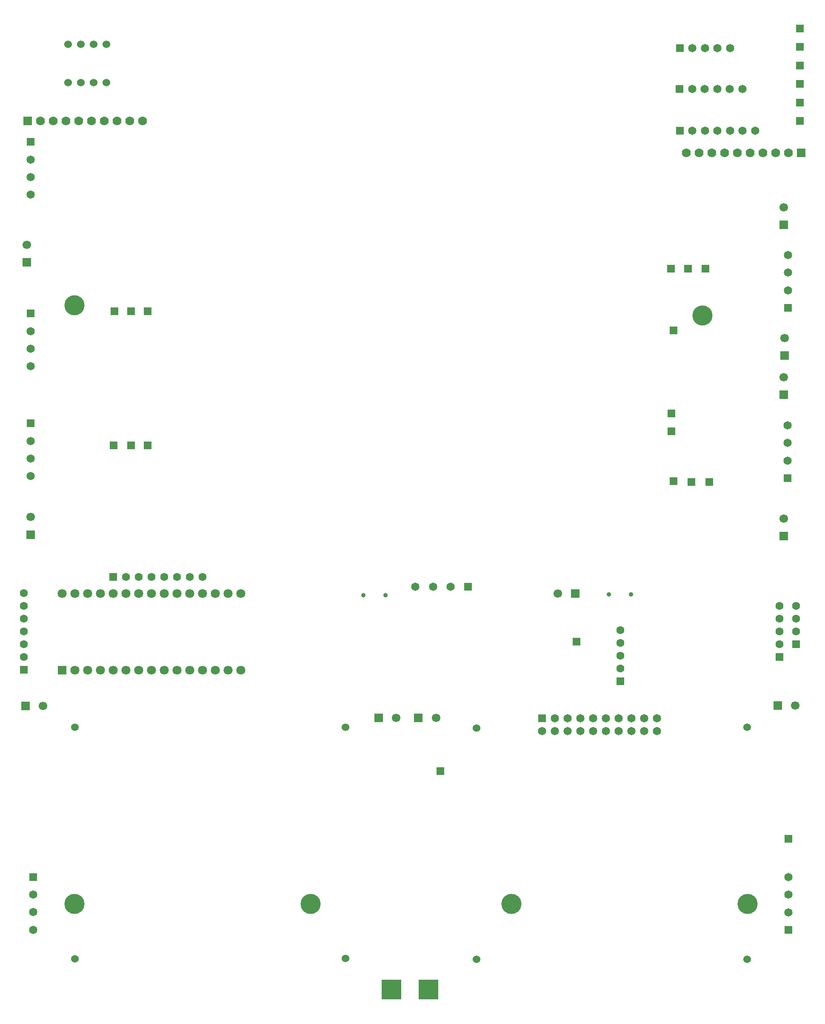
<source format=gbr>
%TF.GenerationSoftware,Altium Limited,Altium NEXUS,2.1.5 (53)*%
G04 Layer_Color=255*
%FSLAX44Y44*%
%MOMM*%
%TF.FileFunction,Pads,Bot*%
%TF.Part,Single*%
G01*
G75*
%TA.AperFunction,WasherPad*%
%ADD56C,4.0000*%
%TA.AperFunction,ComponentPad*%
%ADD57C,1.5240*%
%ADD58R,1.8000X1.8000*%
%ADD59C,1.8000*%
%ADD60R,1.6500X1.6500*%
%ADD61C,1.6500*%
%ADD62R,1.6000X1.6000*%
%ADD63R,1.6500X1.6500*%
%ADD64R,1.6000X1.6000*%
%ADD65R,1.7000X1.7000*%
%ADD66C,1.7000*%
%ADD67R,1.7000X1.7000*%
%ADD68C,0.9000*%
%ADD69C,1.6000*%
%ADD70R,1.7780X1.7780*%
%ADD71C,1.7780*%
%ADD72R,4.0000X4.0000*%
D56*
X1380000Y1400000D02*
D03*
X130000Y1420000D02*
D03*
X1000000Y230000D02*
D03*
X600000D02*
D03*
X130000D02*
D03*
X1470000D02*
D03*
D57*
X669290Y581406D02*
D03*
Y121666D02*
D03*
X130810Y581406D02*
D03*
Y120396D02*
D03*
X117602Y1863090D02*
D03*
X143002D02*
D03*
X168402D02*
D03*
X193802D02*
D03*
X117602Y1939290D02*
D03*
X143002D02*
D03*
X168402D02*
D03*
X193802D02*
D03*
X1469240Y581140D02*
D03*
Y120130D02*
D03*
X930760Y579870D02*
D03*
Y120130D02*
D03*
D58*
X105410Y694690D02*
D03*
D59*
X130810D02*
D03*
X156210D02*
D03*
X181610D02*
D03*
X207010D02*
D03*
X232410D02*
D03*
X257810D02*
D03*
X283210D02*
D03*
X308610D02*
D03*
X334010D02*
D03*
X359410D02*
D03*
X384810D02*
D03*
X410210D02*
D03*
X435610D02*
D03*
X461010D02*
D03*
Y847090D02*
D03*
X435610D02*
D03*
X410210D02*
D03*
X384810D02*
D03*
X359410D02*
D03*
X334010D02*
D03*
X308610D02*
D03*
X283210D02*
D03*
X257810D02*
D03*
X232410D02*
D03*
X207010D02*
D03*
X181610D02*
D03*
X156210D02*
D03*
X130810D02*
D03*
X105410D02*
D03*
D60*
X913814Y860552D02*
D03*
X1334700Y1931670D02*
D03*
X1334300Y1850390D02*
D03*
X1334700Y1767840D02*
D03*
D61*
X878814Y860552D02*
D03*
X843814D02*
D03*
X808814D02*
D03*
X1060450Y574040D02*
D03*
X1085850Y599440D02*
D03*
Y574040D02*
D03*
X1111250Y599440D02*
D03*
Y574040D02*
D03*
X1136650Y599440D02*
D03*
Y574040D02*
D03*
X1162050Y599440D02*
D03*
Y574040D02*
D03*
X1187450Y599440D02*
D03*
Y574040D02*
D03*
X1212850Y599440D02*
D03*
Y574040D02*
D03*
X1238250Y599440D02*
D03*
Y574040D02*
D03*
X1263650Y599440D02*
D03*
Y574040D02*
D03*
X1289050Y599440D02*
D03*
Y574040D02*
D03*
X1550670Y283360D02*
D03*
Y248360D02*
D03*
Y213360D02*
D03*
X48260Y178640D02*
D03*
Y213640D02*
D03*
Y248640D02*
D03*
X43180Y1299060D02*
D03*
Y1334060D02*
D03*
Y1369060D02*
D03*
X1550000Y1520340D02*
D03*
Y1485340D02*
D03*
Y1450340D02*
D03*
X1549400Y1181530D02*
D03*
Y1146530D02*
D03*
Y1111530D02*
D03*
X43180Y1640130D02*
D03*
Y1675130D02*
D03*
Y1710130D02*
D03*
Y1080620D02*
D03*
Y1115620D02*
D03*
Y1150620D02*
D03*
X1434700Y1931670D02*
D03*
X1409700D02*
D03*
X1384700D02*
D03*
X1359700D02*
D03*
X1359300Y1850390D02*
D03*
X1384300D02*
D03*
X1409300D02*
D03*
X1434300D02*
D03*
X1459300D02*
D03*
X1359700Y1767840D02*
D03*
X1384700D02*
D03*
X1409700D02*
D03*
X1434700D02*
D03*
X1459700D02*
D03*
X1484700D02*
D03*
D62*
X1129030Y751332D02*
D03*
X1393190Y1069340D02*
D03*
X1357630D02*
D03*
X1322070Y1070610D02*
D03*
X1385570Y1493520D02*
D03*
X1351280D02*
D03*
X1316990D02*
D03*
X1573530Y1860550D02*
D03*
Y1786890D02*
D03*
Y1823720D02*
D03*
Y1897380D02*
D03*
Y1934210D02*
D03*
Y1971040D02*
D03*
X209550Y1408430D02*
D03*
X242570D02*
D03*
X275590D02*
D03*
X208280Y1141730D02*
D03*
X242570D02*
D03*
X858774Y493776D02*
D03*
X275590Y1141730D02*
D03*
X1550670Y359664D02*
D03*
X207010Y880110D02*
D03*
D63*
X1060450Y599440D02*
D03*
X1550670Y178360D02*
D03*
X48260Y283640D02*
D03*
X43180Y1404060D02*
D03*
X1550000Y1415340D02*
D03*
X1549400Y1076530D02*
D03*
X43180Y1745130D02*
D03*
Y1185620D02*
D03*
D64*
X1318260Y1205230D02*
D03*
Y1169670D02*
D03*
X1322070Y1370330D02*
D03*
X29210Y695960D02*
D03*
X1216660Y673100D02*
D03*
X1532890Y721360D02*
D03*
X1566418Y746760D02*
D03*
D65*
X1127200Y847090D02*
D03*
X1529640Y624840D02*
D03*
X814578Y599694D02*
D03*
X33020Y623824D02*
D03*
X735382Y599694D02*
D03*
D66*
X1092200Y847090D02*
D03*
X1543050Y1355090D02*
D03*
X1541780Y996390D02*
D03*
X1564640Y624840D02*
D03*
X849578Y599694D02*
D03*
X68020Y623824D02*
D03*
X770382Y599694D02*
D03*
X1541780Y1277620D02*
D03*
X35814Y1541018D02*
D03*
X1541272Y1615440D02*
D03*
X43434Y999236D02*
D03*
D67*
X1543050Y1320090D02*
D03*
X1541780Y961390D02*
D03*
Y1242620D02*
D03*
X35814Y1506018D02*
D03*
X1541272Y1580440D02*
D03*
X43434Y964236D02*
D03*
D68*
X704792Y843534D02*
D03*
X748792D02*
D03*
X1193800Y845820D02*
D03*
X1237800D02*
D03*
D69*
X384810Y880110D02*
D03*
X359410D02*
D03*
X334010D02*
D03*
X308610D02*
D03*
X283210D02*
D03*
X257810D02*
D03*
X232410D02*
D03*
X29210Y848360D02*
D03*
Y822960D02*
D03*
Y797560D02*
D03*
Y772160D02*
D03*
Y721360D02*
D03*
Y746760D02*
D03*
X1216660Y698500D02*
D03*
Y723900D02*
D03*
Y749300D02*
D03*
Y774700D02*
D03*
X1532890Y746760D02*
D03*
Y772160D02*
D03*
Y797560D02*
D03*
Y822960D02*
D03*
X1566418D02*
D03*
Y797560D02*
D03*
Y772160D02*
D03*
D70*
X36830Y1786890D02*
D03*
X1576070Y1723390D02*
D03*
D71*
X62230Y1786890D02*
D03*
X87630D02*
D03*
X113030D02*
D03*
X138430D02*
D03*
X163830D02*
D03*
X189230D02*
D03*
X214630D02*
D03*
X240030D02*
D03*
X265430D02*
D03*
X1550670Y1723390D02*
D03*
X1525270D02*
D03*
X1499870D02*
D03*
X1474470D02*
D03*
X1449070D02*
D03*
X1423670D02*
D03*
X1398270D02*
D03*
X1372870D02*
D03*
X1347470D02*
D03*
D72*
X834390Y59690D02*
D03*
X760730D02*
D03*
%TF.MD5,68d8a0182d8522961faf3060b776ea21*%
M02*

</source>
